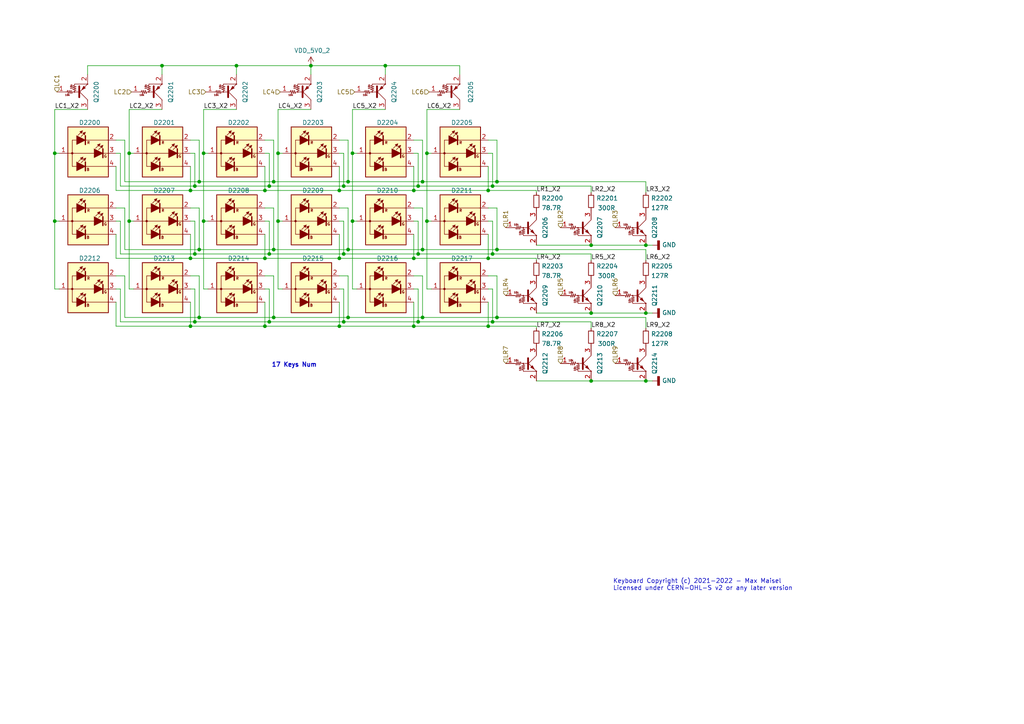
<source format=kicad_sch>
(kicad_sch (version 20211123) (generator eeschema)
  (paper "A4")
  (lib_symbols
    (symbol "Keyboard:127R" (pin_numbers hide) (pin_names (offset 0.254) hide)
      (property "Reference" "R" (at 0.762 0.508 0))
      (property "Value" "127R" (at 0.762 -1.016 0))
      (symbol "127R_0_1"
        (rectangle (start -0.762 1.778) (end 0.762 -1.778) (stroke (width 0.2032)))
      )
      (symbol "127R_1_1"
        (pin passive line (at 0 2.54 270) (length 0.762) (name "~") (number "1"))
        (pin passive line (at 0 -2.54 90) (length 0.762) (name "~") (number "2"))
      )
    )
    (symbol "Keyboard:300R" (pin_numbers hide) (pin_names (offset 0.254) hide)
      (property "Reference" "R" (at 0.762 0.508 0))
      (property "Value" "300R" (at 0.762 -1.016 0))
      (symbol "300R_0_1"
        (rectangle (start -0.762 1.778) (end 0.762 -1.778) (stroke (width 0.2032)))
      )
      (symbol "300R_1_1"
        (pin passive line (at 0 2.54 270) (length 0.762) (name "~") (number "1"))
        (pin passive line (at 0 -2.54 90) (length 0.762) (name "~") (number "2"))
      )
    )
    (symbol "Keyboard:78.7R" (pin_numbers hide) (pin_names (offset 0.254) hide)
      (property "Reference" "R" (at 0.762 0.508 0))
      (property "Value" "78.7R" (at 0.762 -1.016 0))
      (symbol "78.7R_0_1"
        (rectangle (start -0.762 1.778) (end 0.762 -1.778) (stroke (width 0.2032)))
      )
      (symbol "78.7R_1_1"
        (pin passive line (at 0 2.54 270) (length 0.762) (name "~") (number "1"))
        (pin passive line (at 0 -2.54 90) (length 0.762) (name "~") (number "2"))
      )
    )
    (symbol "Keyboard:APTF1616LSEEZGKQBKC" (pin_names (offset 0.0254) hide)
      (property "Reference" "D" (at -5.08 8.89 0))
      (property "Value" "APTF1616LSEEZGKQBKC" (at -10.16 -8.89 0))
      (symbol "APTF1616LSEEZGKQBKC_0_0"
        (text "B" (at -0.508 -4.7244 0) (effects (font (size 0.762 0.762))))
        (text "G" (at 4.5466 -0.8382 0) (effects (font (size 0.762 0.762))))
        (text "R" (at -0.381 3.0734 0) (effects (font (size 0.762 0.762))))
      )
      (symbol "APTF1616LSEEZGKQBKC_0_1"
        (rectangle (start -6.35 7.62) (end 5.3848 -6.8834) (stroke (width 0.254)) (fill (type background)))
        (circle (center -5.08 0) (radius 0.254) (fill (type outline)))
        (polyline (pts (xy -6.35 0) (xy 1.27 0)))
        (polyline (pts (xy -5.08 -3.81) (xy -3.81 -3.81)))
        (polyline (pts (xy -3.81 3.81) (xy -5.08 3.81)))
        (polyline (pts (xy -3.4036 5.207) (xy -2.1336 6.477)))
        (polyline (pts (xy -3.3274 -2.4638) (xy -2.0574 -1.1938)))
        (polyline (pts (xy -2.54 -2.794) (xy -1.27 -1.524)))
        (polyline (pts (xy -2.54 4.826) (xy -1.27 6.096)))
        (polyline (pts (xy -1.27 -3.81) (xy 5.08 -3.81)))
        (polyline (pts (xy -1.27 -2.54) (xy -1.27 -5.08)) (stroke (width 0.381)))
        (polyline (pts (xy -1.27 3.81) (xy 5.08 3.81)))
        (polyline (pts (xy -1.27 5.08) (xy -1.27 2.54)) (stroke (width 0.381)))
        (polyline (pts (xy 1.6764 1.4224) (xy 2.9464 2.6924)))
        (polyline (pts (xy 2.54 1.016) (xy 3.81 2.286)))
        (polyline (pts (xy 3.81 0) (xy 5.08 0)))
        (polyline (pts (xy 3.81 1.27) (xy 3.81 -1.27)) (stroke (width 0.381)))
        (polyline (pts (xy -5.08 -3.81) (xy -5.08 3.81) (xy -5.08 1.27)))
        (polyline (pts (xy -3.81 -2.54) (xy -3.81 -5.08) (xy -1.27 -3.81) (xy -3.81 -2.54)) (fill (type outline)))
        (polyline (pts (xy -3.81 5.08) (xy -3.81 2.54) (xy -1.27 3.81) (xy -3.81 5.08)) (fill (type outline)))
        (polyline (pts (xy -2.1082 6.5278) (xy -2.3622 5.7658) (xy -2.8702 6.2738) (xy -2.1082 6.5278)) (fill (type outline)))
        (polyline (pts (xy -1.9558 -1.1176) (xy -2.2098 -1.8796) (xy -2.7178 -1.3716) (xy -1.9558 -1.1176)) (fill (type outline)))
        (polyline (pts (xy -1.27 6.096) (xy -1.524 5.334) (xy -2.032 5.842) (xy -1.27 6.096)) (fill (type outline)))
        (polyline (pts (xy -1.143 -1.397) (xy -1.397 -2.159) (xy -1.905 -1.651) (xy -1.143 -1.397)) (fill (type outline)))
        (polyline (pts (xy 1.27 1.27) (xy 1.27 -1.27) (xy 3.81 0) (xy 1.27 1.27)) (fill (type outline)))
        (polyline (pts (xy 2.9972 2.7432) (xy 2.7432 1.9812) (xy 2.2352 2.4892) (xy 2.9972 2.7432)) (fill (type outline)))
        (polyline (pts (xy 3.81 2.286) (xy 3.556 1.524) (xy 3.048 2.032) (xy 3.81 2.286)) (fill (type outline)))
      )
      (symbol "APTF1616LSEEZGKQBKC_1_1"
        (pin passive line (at -8.89 0 0) (length 2.54) (name "A") (number "1"))
        (pin passive line (at 7.62 3.81 180) (length 2.54) (name "KR") (number "2"))
        (pin passive line (at 7.62 0 180) (length 2.54) (name "KG") (number "3"))
        (pin passive line (at 7.62 -3.81 180) (length 2.54) (name "KB") (number "4"))
      )
    )
    (symbol "Keyboard:DTA114E" (pin_names (offset 0) hide)
      (property "Reference" "Q" (at 5.08 1.905 0))
      (property "Value" "DTA114E" (at 5.08 0 0))
      (symbol "DTA114E_0_0"
        (text "10k" (at -3.302 0.889 0) (effects (font (size 0.508 0.508))))
        (text "10k" (at -2.159 -1.524 900) (effects (font (size 0.508 0.508))))
      )
      (symbol "DTA114E_0_1"
        (circle (center -1.27 0) (radius 0.127))
        (polyline (pts (xy -3.429 0) (xy -3.81 0)))
        (polyline (pts (xy 0 -0.254) (xy 2.54 2.286)))
        (polyline (pts (xy 0.127 1.524) (xy 0.127 -1.651)) (stroke (width 0.508)) (fill (type outline)))
        (polyline (pts (xy 2.54 2.286) (xy 2.54 2.54)))
        (polyline (pts (xy 2.54 -2.286) (xy 0 0.254) (xy 0 0.254)))
        (polyline (pts (xy 1.397 -1.651) (xy 1.905 -1.143) (xy 0.889 -0.635) (xy 1.397 -1.651)) (fill (type outline)))
        (polyline (pts (xy 0 0) (xy -1.905 0) (xy -2.032 0.508) (xy -2.286 -0.508) (xy -2.54 0.508) (xy -2.794 -0.508) (xy -3.048 0.508) (xy -3.302 -0.508) (xy -3.429 0)))
        (polyline (pts (xy -1.27 0) (xy -1.27 -0.381) (xy -0.762 -0.508) (xy -1.778 -0.762) (xy -0.762 -1.016) (xy -1.778 -1.27) (xy -0.762 -1.524) (xy -1.778 -1.778) (xy -1.27 -1.905) (xy -1.27 -2.286) (xy 2.54 -2.286)))
        (circle (center 2.54 -2.286) (radius 0.127))
      )
      (symbol "DTA114E_1_1"
        (pin input line (at -6.35 0 0) (length 2.54) (name "B") (number "1"))
        (pin passive line (at 2.54 -5.08 90) (length 2.54) (name "E") (number "2"))
        (pin passive line (at 2.54 5.08 270) (length 2.54) (name "C") (number "3"))
      )
    )
    (symbol "Keyboard:DTC114EE" (pin_names (offset 0) hide)
      (property "Reference" "Q" (at 5.08 1.905 0))
      (property "Value" "DTC114EE" (at 5.08 0 0))
      (symbol "DTC114EE_0_0"
        (text "10k" (at -3.302 0.889 0) (effects (font (size 0.508 0.508))))
        (text "10k" (at -2.159 -1.524 900) (effects (font (size 0.508 0.508))))
      )
      (symbol "DTC114EE_0_1"
        (circle (center -1.27 0) (radius 0.127))
        (polyline (pts (xy -3.429 0) (xy -3.81 0)))
        (polyline (pts (xy 0 -0.254) (xy 2.54 2.286)))
        (polyline (pts (xy 0.127 1.524) (xy 0.127 -1.651)) (stroke (width 0.508)) (fill (type outline)))
        (polyline (pts (xy 2.54 2.286) (xy 2.54 2.54)))
        (polyline (pts (xy 2.54 -2.286) (xy 0 0.254) (xy 0 0.254)))
        (polyline (pts (xy 0.889 -1.143) (xy 1.397 -0.635) (xy 1.905 -1.651) (xy 0.889 -1.143)) (fill (type outline)))
        (polyline (pts (xy 0 0) (xy -1.905 0) (xy -2.032 0.508) (xy -2.286 -0.508) (xy -2.54 0.508) (xy -2.794 -0.508) (xy -3.048 0.508) (xy -3.302 -0.508) (xy -3.429 0)))
        (polyline (pts (xy -1.27 0) (xy -1.27 -0.381) (xy -0.762 -0.508) (xy -1.778 -0.762) (xy -0.762 -1.016) (xy -1.778 -1.27) (xy -0.762 -1.524) (xy -1.778 -1.778) (xy -1.27 -1.905) (xy -1.27 -2.286) (xy 2.54 -2.286)))
        (circle (center 2.54 -2.286) (radius 0.127))
      )
      (symbol "DTC114EE_1_1"
        (pin input line (at -6.35 0 0) (length 2.54) (name "B") (number "1"))
        (pin passive line (at 2.54 -5.08 90) (length 2.54) (name "E") (number "2"))
        (pin passive line (at 2.54 5.08 270) (length 2.54) (name "C") (number "3"))
      )
    )
    (symbol "Keyboard:GND" (power) (pin_names (offset 0))
      (property "Value" "GND" (at 0 -3.175 0))
      (symbol "GND_0_1"
        (rectangle (start -1.27 -1.524) (end 1.27 -2.032) (stroke (width 0.254)) (fill (type outline)))
        (polyline (pts (xy 0 0) (xy 0 -1.524)))
      )
      (symbol "GND_1_1"
        (pin power_in line (at 0 0 270) (length 0) hide (name "GND") (number "1"))
      )
    )
    (symbol "Keyboard:VDD_5V0_2" (power) (pin_names (offset 0))
      (property "Value" "VDD_5V0_2" (at 0 3.556 0))
      (symbol "VDD_5V0_2_0_1"
        (polyline (pts (xy -0.762 1.27) (xy 0 2.54)))
        (polyline (pts (xy 0 0) (xy 0 2.54)))
        (polyline (pts (xy 0 2.54) (xy 0.762 1.27)))
      )
      (symbol "VDD_5V0_2_1_1"
        (pin power_in line (at 0 0 90) (length 0) hide (name "VDD_5V0_2") (number "1"))
      )
    )
  )
  (junction (at 55.245 55.245))
  (junction (at 142.875 73.66))
  (junction (at 56.515 73.66))
  (junction (at 79.375 52.705))
  (junction (at 15.875 64.135))
  (junction (at 122.555 92.075))
  (junction (at 144.145 92.075))
  (junction (at 120.015 55.245))
  (junction (at 141.605 94.615))
  (junction (at 121.285 53.975))
  (junction (at 78.105 53.975))
  (junction (at 111.76 19.05))
  (junction (at 98.425 94.615))
  (junction (at 76.835 55.245))
  (junction (at 76.835 74.93))
  (junction (at 57.785 72.39))
  (junction (at 78.105 93.345))
  (junction (at 142.875 53.975))
  (junction (at 57.785 52.705))
  (junction (at 99.695 73.66))
  (junction (at 59.055 64.135))
  (junction (at 123.825 44.45))
  (junction (at 122.555 72.39))
  (junction (at 141.605 55.245))
  (junction (at 121.285 93.345))
  (junction (at 59.055 44.45))
  (junction (at 122.555 52.705))
  (junction (at 99.695 93.345))
  (junction (at 141.605 74.93))
  (junction (at 120.015 94.615))
  (junction (at 55.245 74.93))
  (junction (at 76.835 94.615))
  (junction (at 171.45 90.805))
  (junction (at 120.015 74.93))
  (junction (at 123.825 64.135))
  (junction (at 144.145 52.705))
  (junction (at 37.465 64.135))
  (junction (at 102.235 64.135))
  (junction (at 15.875 44.45))
  (junction (at 57.785 92.075))
  (junction (at 100.965 92.075))
  (junction (at 68.58 19.05))
  (junction (at 187.325 71.12))
  (junction (at 100.965 72.39))
  (junction (at 98.425 74.93))
  (junction (at 46.99 19.05))
  (junction (at 79.375 72.39))
  (junction (at 80.645 44.45))
  (junction (at 56.515 53.975))
  (junction (at 187.325 110.49))
  (junction (at 102.235 44.45))
  (junction (at 37.465 44.45))
  (junction (at 55.245 94.615))
  (junction (at 171.45 71.12))
  (junction (at 56.515 93.345))
  (junction (at 99.695 53.975))
  (junction (at 79.375 92.075))
  (junction (at 142.875 93.345))
  (junction (at 187.325 90.805))
  (junction (at 78.105 73.66))
  (junction (at 171.45 110.49))
  (junction (at 100.965 52.705))
  (junction (at 144.145 72.39))
  (junction (at 98.425 55.245))
  (junction (at 90.17 19.05))
  (junction (at 121.285 73.66))
  (junction (at 80.645 64.135))
  (wire (pts (xy 121.285 83.82) (xy 121.285 93.345)))
  (wire (pts (xy 121.285 73.66) (xy 142.875 73.66)))
  (wire (pts (xy 17.145 64.135) (xy 15.875 64.135)))
  (wire (pts (xy 144.145 40.64) (xy 144.145 52.705)))
  (wire (pts (xy 76.835 87.63) (xy 76.835 94.615)))
  (wire (pts (xy 57.785 80.01) (xy 57.785 92.075)))
  (wire (pts (xy 123.825 31.75) (xy 133.35 31.75)))
  (wire (pts (xy 120.015 83.82) (xy 121.285 83.82)))
  (wire (pts (xy 57.785 60.325) (xy 57.785 72.39)))
  (wire (pts (xy 142.875 44.45) (xy 142.875 53.975)))
  (wire (pts (xy 111.76 21.59) (xy 111.76 19.05)))
  (wire (pts (xy 60.325 83.82) (xy 59.055 83.82)))
  (wire (pts (xy 98.425 64.135) (xy 99.695 64.135)))
  (wire (pts (xy 78.105 53.975) (xy 99.695 53.975)))
  (wire (pts (xy 187.325 90.805) (xy 171.45 90.805)))
  (wire (pts (xy 56.515 64.135) (xy 56.515 73.66)))
  (wire (pts (xy 141.605 60.325) (xy 144.145 60.325)))
  (wire (pts (xy 56.515 73.66) (xy 78.105 73.66)))
  (wire (pts (xy 33.655 80.01) (xy 36.195 80.01)))
  (wire (pts (xy 171.45 110.49) (xy 187.325 110.49)))
  (wire (pts (xy 111.76 19.05) (xy 133.35 19.05)))
  (wire (pts (xy 78.105 53.975) (xy 78.105 44.45)))
  (wire (pts (xy 90.17 19.05) (xy 111.76 19.05)))
  (wire (pts (xy 142.875 93.345) (xy 171.45 93.345)))
  (wire (pts (xy 100.965 72.39) (xy 122.555 72.39)))
  (wire (pts (xy 122.555 92.075) (xy 144.145 92.075)))
  (wire (pts (xy 99.695 53.975) (xy 121.285 53.975)))
  (wire (pts (xy 81.915 64.135) (xy 80.645 64.135)))
  (wire (pts (xy 102.235 44.45) (xy 102.235 64.135)))
  (wire (pts (xy 102.235 31.75) (xy 111.76 31.75)))
  (wire (pts (xy 68.58 21.59) (xy 68.58 19.05)))
  (wire (pts (xy 187.325 92.075) (xy 187.325 95.25)))
  (wire (pts (xy 120.015 67.945) (xy 120.015 74.93)))
  (wire (pts (xy 141.605 64.135) (xy 142.875 64.135)))
  (wire (pts (xy 98.425 44.45) (xy 99.695 44.45)))
  (wire (pts (xy 79.375 92.075) (xy 100.965 92.075)))
  (wire (pts (xy 76.835 74.93) (xy 55.245 74.93)))
  (wire (pts (xy 99.695 44.45) (xy 99.695 53.975)))
  (wire (pts (xy 123.825 64.135) (xy 123.825 83.82)))
  (wire (pts (xy 79.375 80.01) (xy 79.375 92.075)))
  (wire (pts (xy 141.605 67.945) (xy 141.605 74.93)))
  (wire (pts (xy 99.695 64.135) (xy 99.695 73.66)))
  (wire (pts (xy 144.145 60.325) (xy 144.145 72.39)))
  (wire (pts (xy 125.095 83.82) (xy 123.825 83.82)))
  (wire (pts (xy 33.655 94.615) (xy 55.245 94.615)))
  (wire (pts (xy 120.015 40.64) (xy 122.555 40.64)))
  (wire (pts (xy 122.555 60.325) (xy 122.555 72.39)))
  (wire (pts (xy 125.095 64.135) (xy 123.825 64.135)))
  (wire (pts (xy 76.835 94.615) (xy 98.425 94.615)))
  (wire (pts (xy 121.285 93.345) (xy 142.875 93.345)))
  (wire (pts (xy 98.425 60.325) (xy 100.965 60.325)))
  (wire (pts (xy 98.425 67.945) (xy 98.425 74.93)))
  (wire (pts (xy 120.015 44.45) (xy 121.285 44.45)))
  (wire (pts (xy 122.555 40.64) (xy 122.555 52.705)))
  (wire (pts (xy 55.245 60.325) (xy 57.785 60.325)))
  (wire (pts (xy 80.645 44.45) (xy 80.645 64.135)))
  (wire (pts (xy 76.835 40.64) (xy 79.375 40.64)))
  (wire (pts (xy 36.195 52.705) (xy 57.785 52.705)))
  (wire (pts (xy 98.425 80.01) (xy 100.965 80.01)))
  (wire (pts (xy 36.195 40.64) (xy 36.195 52.705)))
  (wire (pts (xy 15.875 31.75) (xy 15.875 44.45)))
  (wire (pts (xy 98.425 55.245) (xy 120.015 55.245)))
  (wire (pts (xy 15.875 64.135) (xy 15.875 83.82)))
  (wire (pts (xy 144.145 72.39) (xy 187.325 72.39)))
  (wire (pts (xy 46.99 21.59) (xy 46.99 19.05)))
  (wire (pts (xy 79.375 60.325) (xy 79.375 72.39)))
  (wire (pts (xy 171.45 93.345) (xy 171.45 95.25)))
  (wire (pts (xy 34.925 64.135) (xy 33.655 64.135)))
  (wire (pts (xy 55.245 80.01) (xy 57.785 80.01)))
  (wire (pts (xy 187.325 71.12) (xy 189.23 71.12)))
  (wire (pts (xy 33.655 55.245) (xy 55.245 55.245)))
  (wire (pts (xy 103.505 83.82) (xy 102.235 83.82)))
  (wire (pts (xy 99.695 93.345) (xy 121.285 93.345)))
  (wire (pts (xy 121.285 64.135) (xy 121.285 73.66)))
  (wire (pts (xy 141.605 40.64) (xy 144.145 40.64)))
  (wire (pts (xy 187.325 72.39) (xy 187.325 75.565)))
  (wire (pts (xy 81.915 83.82) (xy 80.645 83.82)))
  (wire (pts (xy 78.105 93.345) (xy 99.695 93.345)))
  (wire (pts (xy 141.605 80.01) (xy 144.145 80.01)))
  (wire (pts (xy 36.195 92.075) (xy 57.785 92.075)))
  (wire (pts (xy 78.105 83.82) (xy 76.835 83.82)))
  (wire (pts (xy 36.195 72.39) (xy 57.785 72.39)))
  (wire (pts (xy 38.735 64.135) (xy 37.465 64.135)))
  (wire (pts (xy 90.17 19.05) (xy 90.17 21.59)))
  (wire (pts (xy 33.655 83.82) (xy 34.925 83.82)))
  (wire (pts (xy 76.835 48.26) (xy 76.835 55.245)))
  (wire (pts (xy 38.735 44.45) (xy 37.465 44.45)))
  (wire (pts (xy 33.655 74.93) (xy 55.245 74.93)))
  (wire (pts (xy 123.825 44.45) (xy 123.825 64.135)))
  (wire (pts (xy 57.785 52.705) (xy 79.375 52.705)))
  (wire (pts (xy 141.605 94.615) (xy 155.575 94.615)))
  (wire (pts (xy 33.655 67.945) (xy 33.655 74.93)))
  (wire (pts (xy 17.145 44.45) (xy 15.875 44.45)))
  (wire (pts (xy 120.015 60.325) (xy 122.555 60.325)))
  (wire (pts (xy 120.015 48.26) (xy 120.015 55.245)))
  (wire (pts (xy 78.105 53.975) (xy 56.515 53.975)))
  (wire (pts (xy 55.245 40.64) (xy 57.785 40.64)))
  (wire (pts (xy 76.835 80.01) (xy 79.375 80.01)))
  (wire (pts (xy 100.965 40.64) (xy 100.965 52.705)))
  (wire (pts (xy 121.285 64.135) (xy 120.015 64.135)))
  (wire (pts (xy 187.325 52.705) (xy 187.325 55.88)))
  (wire (pts (xy 142.875 64.135) (xy 142.875 73.66)))
  (wire (pts (xy 76.835 67.945) (xy 76.835 74.93)))
  (wire (pts (xy 55.245 44.45) (xy 56.515 44.45)))
  (wire (pts (xy 98.425 74.93) (xy 120.015 74.93)))
  (wire (pts (xy 144.145 80.01) (xy 144.145 92.075)))
  (wire (pts (xy 100.965 80.01) (xy 100.965 92.075)))
  (wire (pts (xy 80.645 31.75) (xy 80.645 44.45)))
  (wire (pts (xy 122.555 80.01) (xy 122.555 92.075)))
  (wire (pts (xy 25.4 19.05) (xy 46.99 19.05)))
  (wire (pts (xy 37.465 31.75) (xy 37.465 44.45)))
  (wire (pts (xy 59.055 31.75) (xy 68.58 31.75)))
  (wire (pts (xy 60.325 44.45) (xy 59.055 44.45)))
  (wire (pts (xy 79.375 40.64) (xy 79.375 52.705)))
  (wire (pts (xy 103.505 44.45) (xy 102.235 44.45)))
  (wire (pts (xy 80.645 31.75) (xy 90.17 31.75)))
  (wire (pts (xy 100.965 52.705) (xy 122.555 52.705)))
  (wire (pts (xy 37.465 31.75) (xy 46.99 31.75)))
  (wire (pts (xy 120.015 80.01) (xy 122.555 80.01)))
  (wire (pts (xy 76.835 60.325) (xy 79.375 60.325)))
  (wire (pts (xy 36.195 80.01) (xy 36.195 92.075)))
  (wire (pts (xy 141.605 55.245) (xy 155.575 55.245)))
  (wire (pts (xy 144.145 52.705) (xy 187.325 52.705)))
  (wire (pts (xy 98.425 48.26) (xy 98.425 55.245)))
  (wire (pts (xy 55.245 48.26) (xy 55.245 55.245)))
  (wire (pts (xy 34.925 53.975) (xy 56.515 53.975)))
  (wire (pts (xy 120.015 74.93) (xy 141.605 74.93)))
  (wire (pts (xy 56.515 93.345) (xy 78.105 93.345)))
  (wire (pts (xy 34.925 93.345) (xy 34.925 83.82)))
  (wire (pts (xy 98.425 83.82) (xy 99.695 83.82)))
  (wire (pts (xy 33.655 87.63) (xy 33.655 94.615)))
  (wire (pts (xy 99.695 73.66) (xy 121.285 73.66)))
  (wire (pts (xy 171.45 73.66) (xy 171.45 75.565)))
  (wire (pts (xy 55.245 55.245) (xy 76.835 55.245)))
  (wire (pts (xy 189.23 90.805) (xy 187.325 90.805)))
  (wire (pts (xy 122.555 72.39) (xy 144.145 72.39)))
  (wire (pts (xy 46.99 19.05) (xy 68.58 19.05)))
  (wire (pts (xy 120.015 94.615) (xy 141.605 94.615)))
  (wire (pts (xy 59.055 64.135) (xy 59.055 83.82)))
  (wire (pts (xy 34.925 73.66) (xy 56.515 73.66)))
  (wire (pts (xy 171.45 53.975) (xy 171.45 55.88)))
  (wire (pts (xy 76.835 55.245) (xy 98.425 55.245)))
  (wire (pts (xy 100.965 60.325) (xy 100.965 72.39)))
  (wire (pts (xy 34.925 93.345) (xy 56.515 93.345)))
  (wire (pts (xy 80.645 64.135) (xy 80.645 83.82)))
  (wire (pts (xy 98.425 94.615) (xy 120.015 94.615)))
  (wire (pts (xy 99.695 83.82) (xy 99.695 93.345)))
  (wire (pts (xy 155.575 110.49) (xy 171.45 110.49)))
  (wire (pts (xy 120.015 87.63) (xy 120.015 94.615)))
  (wire (pts (xy 59.055 31.75) (xy 59.055 44.45)))
  (wire (pts (xy 102.235 31.75) (xy 102.235 44.45)))
  (wire (pts (xy 122.555 52.705) (xy 144.145 52.705)))
  (wire (pts (xy 15.875 31.75) (xy 25.4 31.75)))
  (wire (pts (xy 55.245 64.135) (xy 56.515 64.135)))
  (wire (pts (xy 102.235 64.135) (xy 102.235 83.82)))
  (wire (pts (xy 55.245 87.63) (xy 55.245 94.615)))
  (wire (pts (xy 55.245 83.82) (xy 56.515 83.82)))
  (wire (pts (xy 76.835 74.93) (xy 98.425 74.93)))
  (wire (pts (xy 33.655 40.64) (xy 36.195 40.64)))
  (wire (pts (xy 187.325 110.49) (xy 189.23 110.49)))
  (wire (pts (xy 55.245 67.945) (xy 55.245 74.93)))
  (wire (pts (xy 57.785 92.075) (xy 79.375 92.075)))
  (wire (pts (xy 155.575 71.12) (xy 171.45 71.12)))
  (wire (pts (xy 76.835 64.135) (xy 78.105 64.135)))
  (wire (pts (xy 155.575 94.615) (xy 155.575 95.25)))
  (wire (pts (xy 141.605 44.45) (xy 142.875 44.45)))
  (wire (pts (xy 33.655 60.325) (xy 36.195 60.325)))
  (wire (pts (xy 81.915 44.45) (xy 80.645 44.45)))
  (wire (pts (xy 38.735 83.82) (xy 37.465 83.82)))
  (wire (pts (xy 37.465 64.135) (xy 37.465 83.82)))
  (wire (pts (xy 34.925 73.66) (xy 34.925 64.135)))
  (wire (pts (xy 36.195 60.325) (xy 36.195 72.39)))
  (wire (pts (xy 37.465 44.45) (xy 37.465 64.135)))
  (wire (pts (xy 98.425 40.64) (xy 100.965 40.64)))
  (wire (pts (xy 141.605 74.93) (xy 155.575 74.93)))
  (wire (pts (xy 125.095 44.45) (xy 123.825 44.45)))
  (wire (pts (xy 121.285 53.975) (xy 142.875 53.975)))
  (wire (pts (xy 56.515 44.45) (xy 56.515 53.975)))
  (wire (pts (xy 78.105 44.45) (xy 76.835 44.45)))
  (wire (pts (xy 142.875 73.66) (xy 171.45 73.66)))
  (wire (pts (xy 120.015 55.245) (xy 141.605 55.245)))
  (wire (pts (xy 57.785 40.64) (xy 57.785 52.705)))
  (wire (pts (xy 144.145 92.075) (xy 187.325 92.075)))
  (wire (pts (xy 100.965 92.075) (xy 122.555 92.075)))
  (wire (pts (xy 141.605 87.63) (xy 141.605 94.615)))
  (wire (pts (xy 33.655 44.45) (xy 34.925 44.45)))
  (wire (pts (xy 123.825 31.75) (xy 123.825 44.45)))
  (wire (pts (xy 33.655 48.26) (xy 33.655 55.245)))
  (wire (pts (xy 34.925 44.45) (xy 34.925 53.975)))
  (wire (pts (xy 79.375 52.705) (xy 100.965 52.705)))
  (wire (pts (xy 121.285 44.45) (xy 121.285 53.975)))
  (wire (pts (xy 59.055 44.45) (xy 59.055 64.135)))
  (wire (pts (xy 141.605 48.26) (xy 141.605 55.245)))
  (wire (pts (xy 78.105 83.82) (xy 78.105 93.345)))
  (wire (pts (xy 15.875 44.45) (xy 15.875 64.135)))
  (wire (pts (xy 78.105 64.135) (xy 78.105 73.66)))
  (wire (pts (xy 103.505 64.135) (xy 102.235 64.135)))
  (wire (pts (xy 142.875 83.82) (xy 142.875 93.345)))
  (wire (pts (xy 98.425 87.63) (xy 98.425 94.615)))
  (wire (pts (xy 60.325 64.135) (xy 59.055 64.135)))
  (wire (pts (xy 142.875 53.975) (xy 171.45 53.975)))
  (wire (pts (xy 133.35 21.59) (xy 133.35 19.05)))
  (wire (pts (xy 171.45 90.805) (xy 155.575 90.805)))
  (wire (pts (xy 17.145 83.82) (xy 15.875 83.82)))
  (wire (pts (xy 171.45 71.12) (xy 187.325 71.12)))
  (wire (pts (xy 56.515 83.82) (xy 56.515 93.345)))
  (wire (pts (xy 155.575 74.93) (xy 155.575 75.565)))
  (wire (pts (xy 141.605 83.82) (xy 142.875 83.82)))
  (wire (pts (xy 155.575 55.245) (xy 155.575 55.88)))
  (wire (pts (xy 78.105 73.66) (xy 99.695 73.66)))
  (wire (pts (xy 79.375 72.39) (xy 100.965 72.39)))
  (wire (pts (xy 79.375 72.39) (xy 57.785 72.39)))
  (wire (pts (xy 25.4 21.59) (xy 25.4 19.05)))
  (wire (pts (xy 55.245 94.615) (xy 76.835 94.615)))
  (wire (pts (xy 68.58 19.05) (xy 90.17 19.05)))
  (text "17 Keys Num" (at 78.74 106.68 0) (effects (font (size 1.27 1.27) (thickness 0.254) bold) (justify left bottom)))
  (text "Keyboard Copyright (c) 2021-2022 - Max Maisel\nLicensed under CERN-OHL-S v2 or any later version" (at 177.8 171.45 0) (effects (font (size 1.27 1.27)) (justify left bottom)))
  (label "LR3_X2" (at 187.325 55.88 0))
  (label "LR5_X2" (at 171.45 75.565 0))
  (label "LR2_X2" (at 171.45 55.88 0))
  (label "LC4_X2" (at 80.645 31.75 0))
  (label "LC3_X2" (at 59.055 31.75 0))
  (label "LR4_X2" (at 155.575 75.565 0))
  (label "LC6_X2" (at 123.825 31.75 0))
  (label "LR7_X2" (at 155.575 95.25 0))
  (label "LC5_X2" (at 102.235 31.75 0))
  (label "LC2_X2" (at 37.465 31.75 0))
  (label "LR6_X2" (at 187.325 75.565 0))
  (label "LR9_X2" (at 187.325 95.25 0))
  (label "LC1_X2" (at 15.875 31.75 0))
  (label "LR1_X2" (at 155.575 55.88 0))
  (label "LR8_X2" (at 171.45 95.25 0))
  (hierarchical_label "LC2" (shape input) (at 38.1 26.67 180))
  (hierarchical_label "LC3" (shape input) (at 59.69 26.67 180))
  (hierarchical_label "LC4" (shape input) (at 81.28 26.67 180))
  (hierarchical_label "LR5" (shape input) (at 162.56 85.725 90))
  (hierarchical_label "LR9" (shape input) (at 178.435 105.41 90))
  (hierarchical_label "LR1" (shape input) (at 146.685 66.04 90))
  (hierarchical_label "LR2" (shape input) (at 162.56 66.04 90))
  (hierarchical_label "LR7" (shape input) (at 146.685 105.41 90))
  (hierarchical_label "LC1" (shape input) (at 16.51 26.67 90))
  (hierarchical_label "LR4" (shape input) (at 146.685 85.725 90))
  (hierarchical_label "LR8" (shape input) (at 162.56 105.41 90))
  (hierarchical_label "LR3" (shape input) (at 178.435 66.04 90))
  (hierarchical_label "LC6" (shape input) (at 124.46 26.67 180))
  (hierarchical_label "LC5" (shape input) (at 102.87 26.67 180))
  (hierarchical_label "LR6" (shape input) (at 178.435 85.725 90))
  (symbol (lib_id "Keyboard:APTF1616LSEEZGKQBKC") (at 26.035 44.45 0) (unit 1)
    (property "Reference" "D2200" (at 26.035 35.56 0))
    (property "Value" "APTF1616LSEEZGKQBKC" (effects hide))
    (property "Footprint" "Keyboard:APTF1616-RGB" (effects hide))
    (property "Datasheet" "http://www.kingbrightusa.com/images/catalog/SPEC/APTF1616LSEEZGKQBKC.pdf" (effects hide))
    (property "mouser#" "604-APTF1616LSEEZGKQ" (effects hide))
  )
  (symbol (lib_id "Keyboard:APTF1616LSEEZGKQBKC") (at 112.395 44.45 0) (unit 1)
    (property "Reference" "D2204" (at 112.395 35.56 0))
    (property "Value" "APTF1616LSEEZGKQBKC" (effects hide))
    (property "Footprint" "Keyboard:APTF1616-RGB" (effects hide))
    (property "Datasheet" "http://www.kingbrightusa.com/images/catalog/SPEC/APTF1616LSEEZGKQBKC.pdf" (effects hide))
    (property "mouser#" "604-APTF1616LSEEZGKQ" (effects hide))
  )
  (symbol (lib_id "Keyboard:APTF1616LSEEZGKQBKC") (at 133.985 44.45 0) (unit 1)
    (property "Reference" "D2205" (at 133.985 35.56 0))
    (property "Value" "APTF1616LSEEZGKQBKC" (effects hide))
    (property "Footprint" "Keyboard:APTF1616-RGB" (effects hide))
    (property "Datasheet" "http://www.kingbrightusa.com/images/catalog/SPEC/APTF1616LSEEZGKQBKC.pdf" (effects hide))
    (property "mouser#" "604-APTF1616LSEEZGKQ" (effects hide))
  )
  (symbol (lib_id "Keyboard:APTF1616LSEEZGKQBKC") (at 47.625 64.135 0) (unit 1)
    (property "Reference" "D2207" (at 47.625 55.245 0))
    (property "Value" "APTF1616LSEEZGKQBKC" (effects hide))
    (property "Footprint" "Keyboard:APTF1616-RGB" (effects hide))
    (property "Datasheet" "http://www.kingbrightusa.com/images/catalog/SPEC/APTF1616LSEEZGKQBKC.pdf" (effects hide))
    (property "mouser#" "604-APTF1616LSEEZGKQ" (effects hide))
  )
  (symbol (lib_id "Keyboard:APTF1616LSEEZGKQBKC") (at 69.215 64.135 0) (unit 1)
    (property "Reference" "D2208" (at 69.215 55.245 0))
    (property "Value" "APTF1616LSEEZGKQBKC" (effects hide))
    (property "Footprint" "Keyboard:APTF1616-RGB" (effects hide))
    (property "Datasheet" "http://www.kingbrightusa.com/images/catalog/SPEC/APTF1616LSEEZGKQBKC.pdf" (effects hide))
    (property "mouser#" "604-APTF1616LSEEZGKQ" (effects hide))
  )
  (symbol (lib_id "Keyboard:APTF1616LSEEZGKQBKC") (at 90.805 64.135 0) (unit 1)
    (property "Reference" "D2209" (at 90.805 55.245 0))
    (property "Value" "APTF1616LSEEZGKQBKC" (effects hide))
    (property "Footprint" "Keyboard:APTF1616-RGB" (effects hide))
    (property "Datasheet" "http://www.kingbrightusa.com/images/catalog/SPEC/APTF1616LSEEZGKQBKC.pdf" (effects hide))
    (property "mouser#" "604-APTF1616LSEEZGKQ" (effects hide))
  )
  (symbol (lib_id "Keyboard:APTF1616LSEEZGKQBKC") (at 112.395 64.135 0) (unit 1)
    (property "Reference" "D2210" (at 112.395 55.245 0))
    (property "Value" "APTF1616LSEEZGKQBKC" (effects hide))
    (property "Footprint" "Keyboard:APTF1616-RGB" (effects hide))
    (property "Datasheet" "http://www.kingbrightusa.com/images/catalog/SPEC/APTF1616LSEEZGKQBKC.pdf" (effects hide))
    (property "mouser#" "604-APTF1616LSEEZGKQ" (effects hide))
  )
  (symbol (lib_id "Keyboard:APTF1616LSEEZGKQBKC") (at 133.985 64.135 0) (unit 1)
    (property "Reference" "D2211" (at 133.985 55.245 0))
    (property "Value" "APTF1616LSEEZGKQBKC" (effects hide))
    (property "Footprint" "Keyboard:APTF1616-RGB" (effects hide))
    (property "Datasheet" "http://www.kingbrightusa.com/images/catalog/SPEC/APTF1616LSEEZGKQBKC.pdf" (effects hide))
    (property "mouser#" "604-APTF1616LSEEZGKQ" (effects hide))
  )
  (symbol (lib_id "Keyboard:APTF1616LSEEZGKQBKC") (at 26.035 64.135 0) (unit 1)
    (property "Reference" "D2206" (at 26.035 55.245 0))
    (property "Value" "APTF1616LSEEZGKQBKC" (effects hide))
    (property "Footprint" "Keyboard:APTF1616-RGB" (effects hide))
    (property "Datasheet" "http://www.kingbrightusa.com/images/catalog/SPEC/APTF1616LSEEZGKQBKC.pdf" (effects hide))
    (property "mouser#" "604-APTF1616LSEEZGKQ" (effects hide))
  )
  (symbol (lib_id "Keyboard:APTF1616LSEEZGKQBKC") (at 47.625 83.82 0) (unit 1)
    (property "Reference" "D2213" (at 47.625 74.93 0))
    (property "Value" "APTF1616LSEEZGKQBKC" (effects hide))
    (property "Footprint" "Keyboard:APTF1616-RGB" (effects hide))
    (property "Datasheet" "http://www.kingbrightusa.com/images/catalog/SPEC/APTF1616LSEEZGKQBKC.pdf" (effects hide))
    (property "mouser#" "604-APTF1616LSEEZGKQ" (effects hide))
  )
  (symbol (lib_id "Keyboard:APTF1616LSEEZGKQBKC") (at 90.805 83.82 0) (unit 1)
    (property "Reference" "D2215" (at 90.805 74.93 0))
    (property "Value" "APTF1616LSEEZGKQBKC" (effects hide))
    (property "Footprint" "Keyboard:APTF1616-RGB" (effects hide))
    (property "Datasheet" "http://www.kingbrightusa.com/images/catalog/SPEC/APTF1616LSEEZGKQBKC.pdf" (effects hide))
    (property "mouser#" "604-APTF1616LSEEZGKQ" (effects hide))
  )
  (symbol (lib_id "Keyboard:VDD_5V0_2") (at 90.17 19.05 0) (unit 1)
    (property "Reference" "#PWR02200" (effects hide))
    (property "Value" "VDD_5V0_2" (at 90.551 14.6558 0))
  )
  (symbol (lib_id "Keyboard:APTF1616LSEEZGKQBKC") (at 47.625 44.45 0) (unit 1)
    (property "Reference" "D2201" (at 47.625 35.56 0))
    (property "Value" "APTF1616LSEEZGKQBKC" (effects hide))
    (property "Footprint" "Keyboard:APTF1616-RGB" (effects hide))
    (property "Datasheet" "http://www.kingbrightusa.com/images/catalog/SPEC/APTF1616LSEEZGKQBKC.pdf" (effects hide))
    (property "mouser#" "604-APTF1616LSEEZGKQ" (effects hide))
  )
  (symbol (lib_id "Keyboard:APTF1616LSEEZGKQBKC") (at 69.215 44.45 0) (unit 1)
    (property "Reference" "D2202" (at 69.215 35.56 0))
    (property "Value" "APTF1616LSEEZGKQBKC" (effects hide))
    (property "Footprint" "Keyboard:APTF1616-RGB" (effects hide))
    (property "Datasheet" "http://www.kingbrightusa.com/images/catalog/SPEC/APTF1616LSEEZGKQBKC.pdf" (effects hide))
    (property "mouser#" "604-APTF1616LSEEZGKQ" (effects hide))
  )
  (symbol (lib_id "Keyboard:APTF1616LSEEZGKQBKC") (at 90.805 44.45 0) (unit 1)
    (property "Reference" "D2203" (at 90.805 35.56 0))
    (property "Value" "APTF1616LSEEZGKQBKC" (effects hide))
    (property "Footprint" "Keyboard:APTF1616-RGB" (effects hide))
    (property "Datasheet" "http://www.kingbrightusa.com/images/catalog/SPEC/APTF1616LSEEZGKQBKC.pdf" (effects hide))
    (property "mouser#" "604-APTF1616LSEEZGKQ" (effects hide))
  )
  (symbol (lib_id "Keyboard:APTF1616LSEEZGKQBKC") (at 69.215 83.82 0) (unit 1)
    (property "Reference" "D2214" (at 69.215 74.93 0))
    (property "Value" "APTF1616LSEEZGKQBKC" (effects hide))
    (property "Footprint" "Keyboard:APTF1616-RGB" (effects hide))
    (property "Datasheet" "http://www.kingbrightusa.com/images/catalog/SPEC/APTF1616LSEEZGKQBKC.pdf" (effects hide))
    (property "mouser#" "604-APTF1616LSEEZGKQ" (effects hide))
  )
  (symbol (lib_id "Keyboard:APTF1616LSEEZGKQBKC") (at 112.395 83.82 0) (unit 1)
    (property "Reference" "D2216" (at 112.395 74.93 0))
    (property "Value" "APTF1616LSEEZGKQBKC" (effects hide))
    (property "Footprint" "Keyboard:APTF1616-RGB" (effects hide))
    (property "Datasheet" "http://www.kingbrightusa.com/images/catalog/SPEC/APTF1616LSEEZGKQBKC.pdf" (effects hide))
    (property "mouser#" "604-APTF1616LSEEZGKQ" (effects hide))
  )
  (symbol (lib_id "Keyboard:APTF1616LSEEZGKQBKC") (at 133.985 83.82 0) (unit 1)
    (property "Reference" "D2217" (at 133.985 74.93 0))
    (property "Value" "APTF1616LSEEZGKQBKC" (effects hide))
    (property "Footprint" "Keyboard:APTF1616-RGB" (effects hide))
    (property "Datasheet" "http://www.kingbrightusa.com/images/catalog/SPEC/APTF1616LSEEZGKQBKC.pdf" (effects hide))
    (property "mouser#" "604-APTF1616LSEEZGKQ" (effects hide))
  )
  (symbol (lib_id "Keyboard:APTF1616LSEEZGKQBKC") (at 26.035 83.82 0) (unit 1)
    (property "Reference" "D2212" (at 26.035 74.93 0))
    (property "Value" "APTF1616LSEEZGKQBKC" (effects hide))
    (property "Footprint" "Keyboard:APTF1616-RGB" (effects hide))
    (property "Datasheet" "http://www.kingbrightusa.com/images/catalog/SPEC/APTF1616LSEEZGKQBKC.pdf" (effects hide))
    (property "mouser#" "604-APTF1616LSEEZGKQ" (effects hide))
  )
  (symbol (lib_id "Keyboard:DTC114EE") (at 184.785 66.04 0) (unit 1)
    (property "Reference" "Q2208" (at 189.865 69.215 90) (effects (justify left)))
    (property "Value" "DTC114EE" (effects hide))
    (property "Footprint" "Keyboard:SC-75" (effects hide))
    (property "Datasheet" "https://eu.mouser.com/datasheet/2/308/DTC114E-D-278467.pdf" (effects hide))
    (property "mouser#" "863-DTC114EET1G" (effects hide))
  )
  (symbol (lib_id "Keyboard:DTC114EE") (at 168.91 66.04 0) (unit 1)
    (property "Reference" "Q2207" (at 173.99 69.215 90) (effects (justify left)))
    (property "Value" "DTC114EE" (effects hide))
    (property "Footprint" "Keyboard:SC-75" (effects hide))
    (property "Datasheet" "https://eu.mouser.com/datasheet/2/308/DTC114E-D-278467.pdf" (effects hide))
    (property "mouser#" "863-DTC114EET1G" (effects hide))
  )
  (symbol (lib_id "Keyboard:DTC114EE") (at 153.035 66.04 0) (unit 1)
    (property "Reference" "Q2206" (at 158.115 69.215 90) (effects (justify left)))
    (property "Value" "DTC114EE" (effects hide))
    (property "Footprint" "Keyboard:SC-75" (effects hide))
    (property "Datasheet" "https://eu.mouser.com/datasheet/2/308/DTC114E-D-278467.pdf" (effects hide))
    (property "mouser#" "863-DTC114EET1G" (effects hide))
  )
  (symbol (lib_id "Keyboard:DTA114E") (at 22.86 26.67 0) (mirror x) (unit 1)
    (property "Reference" "Q2200" (at 27.94 23.495 90) (effects (justify left)))
    (property "Value" "DTA114E" (effects hide))
    (property "Footprint" "Keyboard:SC-75" (effects hide))
    (property "Datasheet" "http://www.onsemi.com/pub/Collateral/DTA114E-D.PDF" (effects hide))
    (property "digikey#" "DTA114EET1GOSCT-ND" (effects hide))
  )
  (symbol (lib_id "Keyboard:DTA114E") (at 44.45 26.67 0) (mirror x) (unit 1)
    (property "Reference" "Q2201" (at 49.53 23.495 90) (effects (justify left)))
    (property "Value" "DTA114E" (effects hide))
    (property "Footprint" "Keyboard:SC-75" (effects hide))
    (property "Datasheet" "http://www.onsemi.com/pub/Collateral/DTA114E-D.PDF" (effects hide))
    (property "digikey#" "DTA114EET1GOSCT-ND" (effects hide))
  )
  (symbol (lib_id "Keyboard:DTA114E") (at 66.04 26.67 0) (mirror x) (unit 1)
    (property "Reference" "Q2202" (at 71.12 23.495 90) (effects (justify left)))
    (property "Value" "DTA114E" (effects hide))
    (property "Footprint" "Keyboard:SC-75" (effects hide))
    (property "Datasheet" "http://www.onsemi.com/pub/Collateral/DTA114E-D.PDF" (effects hide))
    (property "digikey#" "DTA114EET1GOSCT-ND" (effects hide))
  )
  (symbol (lib_id "Keyboard:DTA114E") (at 87.63 26.67 0) (mirror x) (unit 1)
    (property "Reference" "Q2203" (at 92.71 23.495 90) (effects (justify left)))
    (property "Value" "DTA114E" (effects hide))
    (property "Footprint" "Keyboard:SC-75" (effects hide))
    (property "Datasheet" "http://www.onsemi.com/pub/Collateral/DTA114E-D.PDF" (effects hide))
    (property "digikey#" "DTA114EET1GOSCT-ND" (effects hide))
  )
  (symbol (lib_id "Keyboard:DTA114E") (at 130.81 26.67 0) (mirror x) (unit 1)
    (property "Reference" "Q2205" (at 136.525 23.495 90) (effects (justify left)))
    (property "Value" "DTA114E" (effects hide))
    (property "Footprint" "Keyboard:SC-75" (effects hide))
    (property "Datasheet" "http://www.onsemi.com/pub/Collateral/DTA114E-D.PDF" (effects hide))
    (property "digikey#" "DTA114EET1GOSCT-ND" (effects hide))
  )
  (symbol (lib_id "Keyboard:DTC114EE") (at 184.785 85.725 0) (unit 1)
    (property "Reference" "Q2211" (at 189.865 88.9 90) (effects (justify left)))
    (property "Value" "DTC114EE" (effects hide))
    (property "Footprint" "Keyboard:SC-75" (effects hide))
    (property "Datasheet" "https://eu.mouser.com/datasheet/2/308/DTC114E-D-278467.pdf" (effects hide))
    (property "mouser#" "863-DTC114EET1G" (effects hide))
  )
  (symbol (lib_id "Keyboard:DTC114EE") (at 168.91 105.41 0) (unit 1)
    (property "Reference" "Q2213" (at 173.99 108.585 90) (effects (justify left)))
    (property "Value" "DTC114EE" (effects hide))
    (property "Footprint" "Keyboard:SC-75" (effects hide))
    (property "Datasheet" "https://eu.mouser.com/datasheet/2/308/DTC114E-D-278467.pdf" (effects hide))
    (property "mouser#" "863-DTC114EET1G" (effects hide))
  )
  (symbol (lib_id "Keyboard:GND") (at 189.23 110.49 90) (unit 1)
    (property "Reference" "#PWR02203" (effects hide))
    (property "Value" "GND" (at 192.024 110.3884 90) (effects (justify right)))
  )
  (symbol (lib_id "Keyboard:DTA114E") (at 109.22 26.67 0) (mirror x) (unit 1)
    (property "Reference" "Q2204" (at 114.3 23.495 90) (effects (justify left)))
    (property "Value" "DTA114E" (effects hide))
    (property "Footprint" "Keyboard:SC-75" (effects hide))
    (property "Datasheet" "http://www.onsemi.com/pub/Collateral/DTA114E-D.PDF" (effects hide))
    (property "digikey#" "DTA114EET1GOSCT-ND" (effects hide))
  )
  (symbol (lib_id "Keyboard:DTC114EE") (at 153.035 85.725 0) (unit 1)
    (property "Reference" "Q2209" (at 158.115 88.9 90) (effects (justify left)))
    (property "Value" "DTC114EE" (effects hide))
    (property "Footprint" "Keyboard:SC-75" (effects hide))
    (property "Datasheet" "https://eu.mouser.com/datasheet/2/308/DTC114E-D-278467.pdf" (effects hide))
    (property "mouser#" "863-DTC114EET1G" (effects hide))
  )
  (symbol (lib_id "Keyboard:DTC114EE") (at 168.91 85.725 0) (unit 1)
    (property "Reference" "Q2210" (at 173.99 88.9 90) (effects (justify left)))
    (property "Value" "DTC114EE" (effects hide))
    (property "Footprint" "Keyboard:SC-75" (effects hide))
    (property "Datasheet" "https://eu.mouser.com/datasheet/2/308/DTC114E-D-278467.pdf" (effects hide))
    (property "mouser#" "863-DTC114EET1G" (effects hide))
  )
  (symbol (lib_id "Keyboard:DTC114EE") (at 153.035 105.41 0) (unit 1)
    (property "Reference" "Q2212" (at 158.115 108.585 90) (effects (justify left)))
    (property "Value" "DTC114EE" (effects hide))
    (property "Footprint" "Keyboard:SC-75" (effects hide))
    (property "Datasheet" "https://eu.mouser.com/datasheet/2/308/DTC114E-D-278467.pdf" (effects hide))
    (property "mouser#" "863-DTC114EET1G" (effects hide))
  )
  (symbol (lib_id "Keyboard:DTC114EE") (at 184.785 105.41 0) (unit 1)
    (property "Reference" "Q2214" (at 189.865 108.585 90) (effects (justify left)))
    (property "Value" "DTC114EE" (effects hide))
    (property "Footprint" "Keyboard:SC-75" (effects hide))
    (property "Datasheet" "https://eu.mouser.com/datasheet/2/308/DTC114E-D-278467.pdf" (effects hide))
    (property "mouser#" "863-DTC114EET1G" (effects hide))
  )
  (symbol (lib_id "Keyboard:GND") (at 189.23 90.805 90) (unit 1)
    (property "Reference" "#PWR02202" (effects hide))
    (property "Value" "GND" (at 192.024 90.7034 90) (effects (justify right)))
  )
  (symbol (lib_id "Keyboard:GND") (at 189.23 71.12 90) (unit 1)
    (property "Reference" "#PWR02201" (effects hide))
    (property "Value" "GND" (at 192.024 71.0184 90) (effects (justify right)))
  )
  (symbol (lib_id "Keyboard:300R") (at 171.45 78.105 0) (unit 1)
    (property "Reference" "R2204" (at 172.9486 77.1965 0) (effects (justify left)))
    (property "Value" "300R" (at 173.355 80.01 0) (effects (justify left)))
    (property "Footprint" "Keyboard:R_0402" (effects hide))
    (property "Datasheet" "https://www.mouser.de/datasheet/2/315/AOA0000C304-1149620.pdf" (effects hide))
    (property "mouser#" "667-ERJ-2RKF3000X" (effects hide))
    (property "manf#" "ERJ-2RKF3000X " (effects hide))
  )
  (symbol (lib_id "Keyboard:300R") (at 171.45 58.42 0) (unit 1)
    (property "Reference" "R2201" (at 172.9486 57.5115 0) (effects (justify left)))
    (property "Value" "300R" (at 173.355 60.325 0) (effects (justify left)))
    (property "Footprint" "Keyboard:R_0402" (effects hide))
    (property "Datasheet" "https://www.mouser.de/datasheet/2/315/AOA0000C304-1149620.pdf" (effects hide))
    (property "mouser#" "667-ERJ-2RKF3000X" (effects hide))
    (property "manf#" "ERJ-2RKF3000X " (effects hide))
  )
  (symbol (lib_id "Keyboard:127R") (at 187.325 78.105 0) (unit 1)
    (property "Reference" "R2205" (at 188.8236 77.1965 0) (effects (justify left)))
    (property "Value" "127R" (at 188.8236 79.9716 0) (effects (justify left)))
    (property "Footprint" "Keyboard:R_0402" (effects hide))
    (property "Datasheet" "https://www.mouser.de/datasheet/2/447/PYu_RC_Group_51_RoHS_L_10-1664068.pdf" (effects hide))
    (property "mouser#" "603-RC0402FR-07127RL" (effects hide))
    (property "manf#" "RC0402FR-07127RL " (effects hide))
  )
  (symbol (lib_id "Keyboard:300R") (at 171.45 97.79 0) (unit 1)
    (property "Reference" "R2207" (at 172.9486 96.8815 0) (effects (justify left)))
    (property "Value" "300R" (at 173.355 99.695 0) (effects (justify left)))
    (property "Footprint" "Keyboard:R_0402" (effects hide))
    (property "Datasheet" "https://www.mouser.de/datasheet/2/315/AOA0000C304-1149620.pdf" (effects hide))
    (property "mouser#" "667-ERJ-2RKF3000X" (effects hide))
    (property "manf#" "ERJ-2RKF3000X " (effects hide))
  )
  (symbol (lib_id "Keyboard:127R") (at 187.325 58.42 0) (unit 1)
    (property "Reference" "R2202" (at 188.8236 57.5115 0) (effects (justify left)))
    (property "Value" "127R" (at 188.8236 60.2866 0) (effects (justify left)))
    (property "Footprint" "Keyboard:R_0402" (effects hide))
    (property "Datasheet" "https://www.mouser.de/datasheet/2/447/PYu_RC_Group_51_RoHS_L_10-1664068.pdf" (effects hide))
    (property "mouser#" "603-RC0402FR-07127RL" (effects hide))
    (property "manf#" "RC0402FR-07127RL " (effects hide))
  )
  (symbol (lib_id "Keyboard:78.7R") (at 155.575 78.105 0) (unit 1)
    (property "Reference" "R2203" (at 157.0736 77.1965 0) (effects (justify left)))
    (property "Value" "78.7R" (at 157.0736 79.9716 0) (effects (justify left)))
    (property "Footprint" "Keyboard:R_0402" (effects hide))
    (property "Datasheet" "https://www.mouser.de/datasheet/2/447/PYu_RC_Group_51_RoHS_L_10-1664068.pdf" (effects hide))
    (property "mouser#" "603-RC0402FR-0778R7L" (effects hide))
    (property "manf#" "RC0402FR-0778R7L" (effects hide))
  )
  (symbol (lib_id "Keyboard:78.7R") (at 155.575 58.42 0) (unit 1)
    (property "Reference" "R2200" (at 157.0736 57.5115 0) (effects (justify left)))
    (property "Value" "78.7R" (at 157.0736 60.2866 0) (effects (justify left)))
    (property "Footprint" "Keyboard:R_0402" (effects hide))
    (property "Datasheet" "https://www.mouser.de/datasheet/2/447/PYu_RC_Group_51_RoHS_L_10-1664068.pdf" (effects hide))
    (property "mouser#" "603-RC0402FR-0778R7L" (effects hide))
    (property "manf#" "RC0402FR-0778R7L" (effects hide))
  )
  (symbol (lib_id "Keyboard:127R") (at 187.325 97.79 0) (unit 1)
    (property "Reference" "R2208" (at 188.8236 96.8815 0) (effects (justify left)))
    (property "Value" "127R" (at 188.8236 99.6566 0) (effects (justify left)))
    (property "Footprint" "Keyboard:R_0402" (effects hide))
    (property "Datasheet" "https://www.mouser.de/datasheet/2/447/PYu_RC_Group_51_RoHS_L_10-1664068.pdf" (effects hide))
    (property "mouser#" "603-RC0402FR-07127RL" (effects hide))
    (property "manf#" "RC0402FR-07127RL " (effects hide))
  )
  (symbol (lib_id "Keyboard:78.7R") (at 155.575 97.79 0) (unit 1)
    (property "Reference" "R2206" (at 157.0736 96.8815 0) (effects (justify left)))
    (property "Value" "78.7R" (at 157.0736 99.6566 0) (effects (justify left)))
    (property "Footprint" "Keyboard:R_0402" (effects hide))
    (property "Datasheet" "https://www.mouser.de/datasheet/2/447/PYu_RC_Group_51_RoHS_L_10-1664068.pdf" (effects hide))
    (property "mouser#" "603-RC0402FR-0778R7L" (effects hide))
    (property "manf#" "RC0402FR-0778R7L" (effects hide))
  )
)
</source>
